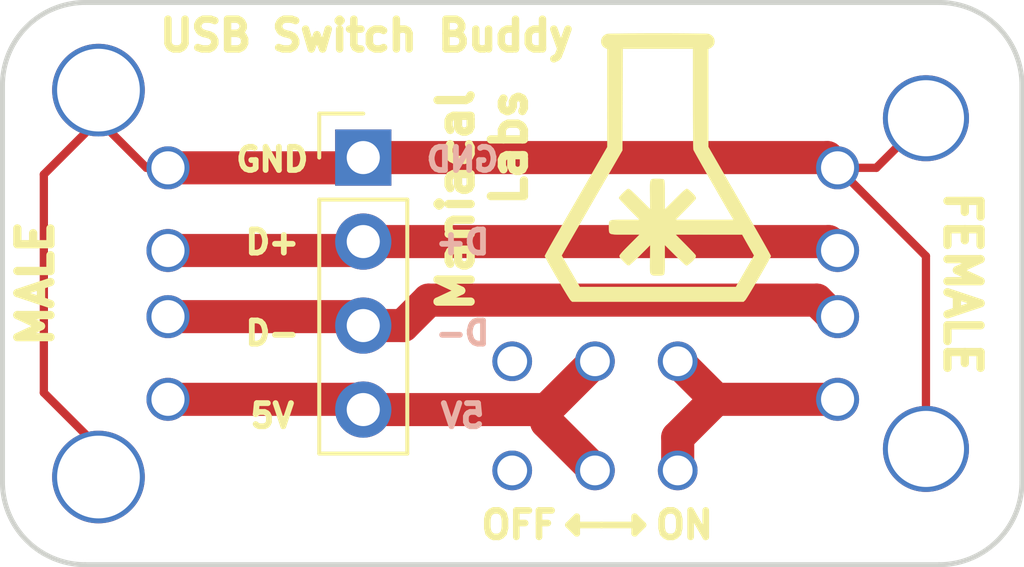
<source format=kicad_pcb>
(kicad_pcb (version 20171130) (host pcbnew "(5.0.0)")

  (general
    (thickness 1.6)
    (drawings 30)
    (tracks 36)
    (zones 0)
    (modules 5)
    (nets 7)
  )

  (page A4)
  (layers
    (0 F.Cu signal hide)
    (31 B.Cu signal)
    (32 B.Adhes user)
    (33 F.Adhes user)
    (34 B.Paste user)
    (35 F.Paste user)
    (36 B.SilkS user hide)
    (37 F.SilkS user)
    (38 B.Mask user)
    (39 F.Mask user)
    (40 Dwgs.User user hide)
    (41 Cmts.User user)
    (42 Eco1.User user)
    (43 Eco2.User user)
    (44 Edge.Cuts user)
    (45 Margin user)
    (46 B.CrtYd user)
    (47 F.CrtYd user hide)
    (48 B.Fab user)
    (49 F.Fab user)
  )

  (setup
    (last_trace_width 0.25)
    (user_trace_width 1)
    (trace_clearance 0.2)
    (zone_clearance 0.508)
    (zone_45_only no)
    (trace_min 0.2)
    (segment_width 0.2)
    (edge_width 0.15)
    (via_size 0.8)
    (via_drill 0.4)
    (via_min_size 0.4)
    (via_min_drill 0.3)
    (uvia_size 0.3)
    (uvia_drill 0.1)
    (uvias_allowed no)
    (uvia_min_size 0.2)
    (uvia_min_drill 0.1)
    (pcb_text_width 0.3)
    (pcb_text_size 1.5 1.5)
    (mod_edge_width 0.15)
    (mod_text_size 1 1)
    (mod_text_width 0.15)
    (pad_size 1.524 1.524)
    (pad_drill 0.762)
    (pad_to_mask_clearance 0.2)
    (aux_axis_origin 0 0)
    (grid_origin 67.1 88.5)
    (visible_elements 7FFFF77F)
    (pcbplotparams
      (layerselection 0x010fc_ffffffff)
      (usegerberextensions false)
      (usegerberattributes false)
      (usegerberadvancedattributes false)
      (creategerberjobfile false)
      (excludeedgelayer true)
      (linewidth 0.100000)
      (plotframeref false)
      (viasonmask false)
      (mode 1)
      (useauxorigin false)
      (hpglpennumber 1)
      (hpglpenspeed 20)
      (hpglpendiameter 15.000000)
      (psnegative false)
      (psa4output false)
      (plotreference true)
      (plotvalue true)
      (plotinvisibletext false)
      (padsonsilk false)
      (subtractmaskfromsilk false)
      (outputformat 1)
      (mirror false)
      (drillshape 0)
      (scaleselection 1)
      (outputdirectory "gerber/"))
  )

  (net 0 "")
  (net 1 GND)
  (net 2 VCC)
  (net 3 "Net-(J1-Pad2)")
  (net 4 "Net-(J1-Pad3)")
  (net 5 "Net-(J2-Pad1)")
  (net 6 "Net-(SW1-Pad1)")

  (net_class Default "This is the default net class."
    (clearance 0.2)
    (trace_width 0.25)
    (via_dia 0.8)
    (via_drill 0.4)
    (uvia_dia 0.3)
    (uvia_drill 0.1)
    (add_net GND)
    (add_net "Net-(J1-Pad2)")
    (add_net "Net-(J1-Pad3)")
    (add_net "Net-(J2-Pad1)")
    (add_net "Net-(SW1-Pad1)")
    (add_net VCC)
  )

  (module Custom:UP2-AH-1-TH (layer F.Cu) (tedit 5B9DA7F1) (tstamp 5B9D9FC9)
    (at 70 80 270)
    (descr https://www.mouser.com/datasheet/2/670/up2-ah-th-1313297.pdf)
    (path /5B9D8DD0)
    (fp_text reference J1 (at 0 6.4 270) (layer F.SilkS) hide
      (effects (font (size 1 1) (thickness 0.15)))
    )
    (fp_text value USB_A_Male (at 0 -6.4 270) (layer F.Fab) hide
      (effects (font (size 1 1) (thickness 0.15)))
    )
    (fp_line (start -6 2.9) (end -6 20.7) (layer F.Fab) (width 0.15))
    (fp_line (start 6 2.9) (end 6 20.7) (layer F.Fab) (width 0.15))
    (fp_text user "PCB EDGE" (at 0 3.8 270) (layer F.Fab)
      (effects (font (size 1 1) (thickness 0.15)))
    )
    (fp_line (start -6 2.9) (end 6 2.9) (layer F.Fab) (width 0.15))
    (fp_line (start -6 20.7) (end 6 20.7) (layer F.Fab) (width 0.15))
    (pad 4 thru_hole circle (at -3.5 -2.1 270) (size 1.3 1.3) (drill 1) (layers *.Cu *.Mask)
      (net 1 GND))
    (pad 3 thru_hole circle (at -1 -2.1 270) (size 1.3 1.3) (drill 1) (layers *.Cu *.Mask)
      (net 4 "Net-(J1-Pad3)"))
    (pad 2 thru_hole circle (at 1 -2.1 270) (size 1.3 1.3) (drill 1) (layers *.Cu *.Mask)
      (net 3 "Net-(J1-Pad2)"))
    (pad 1 thru_hole circle (at 3.5 -2.1 270) (size 1.3 1.3) (drill 1) (layers *.Cu *.Mask)
      (net 2 VCC))
    (pad 5 thru_hole circle (at 5.85 0 270) (size 2.8 2.8) (drill 2.5) (layers *.Cu *.Mask)
      (net 1 GND))
    (pad 5 thru_hole circle (at -5.85 0 270) (size 2.8 2.8) (drill 2.5) (layers *.Cu *.Mask)
      (net 1 GND))
    (pad "" np_thru_hole circle (at 2.3 0 270) (size 1.2 1.2) (drill 1.2) (layers *.Cu *.Mask))
    (pad "" np_thru_hole circle (at -2.3 0 270) (size 1.2 1.2) (drill 1.2) (layers *.Cu *.Mask))
  )

  (module Custom:UJ2-AH-4-TH (layer F.Cu) (tedit 5B9DA049) (tstamp 5B9D9FD5)
    (at 95 80 90)
    (descr https://www.mouser.com/datasheet/2/670/uj2-ah-4-th-1313252.pdf)
    (path /5B9D8E2C)
    (fp_text reference J2 (at 0 6.4 90) (layer F.SilkS) hide
      (effects (font (size 1 1) (thickness 0.15)))
    )
    (fp_text value USB_A_Female (at 0 -6.1 90) (layer F.Fab) hide
      (effects (font (size 1 1) (thickness 0.15)))
    )
    (fp_line (start -6 2.9) (end 6 2.9) (layer F.Fab) (width 0.15))
    (fp_text user "PCB EDGE" (at 0 3.8 90) (layer F.Fab)
      (effects (font (size 1 1) (thickness 0.15)))
    )
    (pad 5 thru_hole circle (at -5 0 90) (size 2.6 2.6) (drill 2.3) (layers *.Cu *.Mask)
      (net 1 GND))
    (pad 4 thru_hole circle (at 3.5 -2.67 90) (size 1.3 1.3) (drill 1) (layers *.Cu *.Mask)
      (net 1 GND))
    (pad 3 thru_hole circle (at 1 -2.67 90) (size 1.3 1.3) (drill 1) (layers *.Cu *.Mask)
      (net 4 "Net-(J1-Pad3)"))
    (pad 2 thru_hole circle (at -1 -2.67 90) (size 1.3 1.3) (drill 1) (layers *.Cu *.Mask)
      (net 3 "Net-(J1-Pad2)"))
    (pad 1 thru_hole circle (at -3.5 -2.67 90) (size 1.3 1.3) (drill 1) (layers *.Cu *.Mask)
      (net 5 "Net-(J2-Pad1)"))
    (pad 5 thru_hole circle (at 5 0 90) (size 2.6 2.6) (drill 2.3) (layers *.Cu *.Mask)
      (net 1 GND))
  )

  (module Socket_Strips:Socket_Strip_Straight_1x04_Pitch2.54mm (layer F.Cu) (tedit 5B9DA0C5) (tstamp 5B9DA6CA)
    (at 78 76.19)
    (descr "Through hole straight socket strip, 1x04, 2.54mm pitch, single row")
    (tags "Through hole socket strip THT 1x04 2.54mm single row")
    (path /5B9D9064)
    (fp_text reference J3 (at 0 -2.33) (layer F.SilkS) hide
      (effects (font (size 1 1) (thickness 0.15)))
    )
    (fp_text value Test (at 0 9.95) (layer F.Fab) hide
      (effects (font (size 1 1) (thickness 0.15)))
    )
    (fp_text user %R (at 0 -2.33) (layer F.Fab) hide
      (effects (font (size 1 1) (thickness 0.15)))
    )
    (fp_line (start 1.8 -1.8) (end -1.8 -1.8) (layer F.CrtYd) (width 0.05))
    (fp_line (start 1.8 9.4) (end 1.8 -1.8) (layer F.CrtYd) (width 0.05))
    (fp_line (start -1.8 9.4) (end 1.8 9.4) (layer F.CrtYd) (width 0.05))
    (fp_line (start -1.8 -1.8) (end -1.8 9.4) (layer F.CrtYd) (width 0.05))
    (fp_line (start -1.33 -1.33) (end 0 -1.33) (layer F.SilkS) (width 0.12))
    (fp_line (start -1.33 0) (end -1.33 -1.33) (layer F.SilkS) (width 0.12))
    (fp_line (start 1.33 1.27) (end -1.33 1.27) (layer F.SilkS) (width 0.12))
    (fp_line (start 1.33 8.95) (end 1.33 1.27) (layer F.SilkS) (width 0.12))
    (fp_line (start -1.33 8.95) (end 1.33 8.95) (layer F.SilkS) (width 0.12))
    (fp_line (start -1.33 1.27) (end -1.33 8.95) (layer F.SilkS) (width 0.12))
    (fp_line (start 1.27 -1.27) (end -1.27 -1.27) (layer F.Fab) (width 0.1))
    (fp_line (start 1.27 8.89) (end 1.27 -1.27) (layer F.Fab) (width 0.1))
    (fp_line (start -1.27 8.89) (end 1.27 8.89) (layer F.Fab) (width 0.1))
    (fp_line (start -1.27 -1.27) (end -1.27 8.89) (layer F.Fab) (width 0.1))
    (pad 4 thru_hole oval (at 0 7.62) (size 1.7 1.7) (drill 1) (layers *.Cu *.Mask)
      (net 2 VCC))
    (pad 3 thru_hole oval (at 0 5.08) (size 1.7 1.7) (drill 1) (layers *.Cu *.Mask)
      (net 3 "Net-(J1-Pad2)"))
    (pad 2 thru_hole oval (at 0 2.54) (size 1.7 1.7) (drill 1) (layers *.Cu *.Mask)
      (net 4 "Net-(J1-Pad3)"))
    (pad 1 thru_hole rect (at 0 0) (size 1.7 1.7) (drill 1) (layers *.Cu *.Mask)
      (net 1 GND))
    (model ${KISYS3DMOD}/Socket_Strips.3dshapes/Socket_Strip_Straight_1x04_Pitch2.54mm.wrl
      (offset (xyz 0 -3.809999942779541 0))
      (scale (xyz 1 1 1))
      (rotate (xyz 0 0 270))
    )
  )

  (module Custom:JS202011CQN (layer F.Cu) (tedit 5B9DA0BC) (tstamp 5B9D9FF6)
    (at 85 84)
    (descr https://www.mouser.com/datasheet/2/60/js-1382693.pdf)
    (path /5B9D8FF0)
    (fp_text reference SW1 (at 0 5) (layer F.SilkS) hide
      (effects (font (size 1 1) (thickness 0.15)))
    )
    (fp_text value Power (at 0 -6.5) (layer F.Fab) hide
      (effects (font (size 1 1) (thickness 0.15)))
    )
    (pad 2 thru_hole circle (at 0 1.65) (size 1.2 1.2) (drill 0.9) (layers *.Cu *.Mask)
      (net 2 VCC))
    (pad 2 thru_hole circle (at 0 -1.65) (size 1.2 1.2) (drill 0.9) (layers *.Cu *.Mask)
      (net 2 VCC))
    (pad 3 thru_hole circle (at 2.5 -1.65) (size 1.2 1.2) (drill 0.9) (layers *.Cu *.Mask)
      (net 5 "Net-(J2-Pad1)"))
    (pad 3 thru_hole circle (at 2.5 1.65) (size 1.2 1.2) (drill 0.9) (layers *.Cu *.Mask)
      (net 5 "Net-(J2-Pad1)"))
    (pad 1 thru_hole circle (at -2.5 1.65) (size 1.2 1.2) (drill 0.9) (layers *.Cu *.Mask)
      (net 6 "Net-(SW1-Pad1)"))
    (pad 1 thru_hole circle (at -2.5 -1.65) (size 1.2 1.2) (drill 0.9) (layers *.Cu *.Mask)
      (net 6 "Net-(SW1-Pad1)"))
  )

  (module Logos:logo_MLlabs_small (layer F.Cu) (tedit 0) (tstamp 5B9ED23F)
    (at 86.9 76.5)
    (fp_text reference G*** (at 0 0) (layer F.SilkS) hide
      (effects (font (size 1.524 1.524) (thickness 0.3)))
    )
    (fp_text value LOGO (at 0.75 0) (layer F.SilkS) hide
      (effects (font (size 1.524 1.524) (thickness 0.3)))
    )
    (fp_poly (pts (xy 0.280132 -4.064859) (xy 0.46933 -4.064296) (xy 0.651803 -4.063447) (xy 0.824802 -4.062307)
      (xy 0.98558 -4.060879) (xy 1.131388 -4.059163) (xy 1.259478 -4.057157) (xy 1.367101 -4.054863)
      (xy 1.451511 -4.052281) (xy 1.509958 -4.049409) (xy 1.539694 -4.046249) (xy 1.541045 -4.045899)
      (xy 1.61465 -4.010199) (xy 1.668272 -3.957046) (xy 1.701256 -3.892418) (xy 1.712948 -3.822294)
      (xy 1.702692 -3.752654) (xy 1.669833 -3.689475) (xy 1.613717 -3.638736) (xy 1.587218 -3.624447)
      (xy 1.524819 -3.595688) (xy 1.524409 -2.113859) (xy 1.524 -0.632031) (xy 1.951194 0.108641)
      (xy 2.041737 0.265615) (xy 2.144897 0.444444) (xy 2.257416 0.639483) (xy 2.376038 0.84509)
      (xy 2.497507 1.05562) (xy 2.618568 1.265429) (xy 2.735963 1.468874) (xy 2.846437 1.660312)
      (xy 2.895756 1.74577) (xy 2.984967 1.900722) (xy 3.069309 2.047946) (xy 3.147458 2.185082)
      (xy 3.218089 2.309771) (xy 3.279877 2.419652) (xy 3.331497 2.512365) (xy 3.371624 2.585552)
      (xy 3.398934 2.636852) (xy 3.412102 2.663905) (xy 3.413125 2.667254) (xy 3.405259 2.687854)
      (xy 3.382954 2.73233) (xy 3.348145 2.797359) (xy 3.302767 2.879615) (xy 3.248756 2.975774)
      (xy 3.188047 3.082511) (xy 3.122577 3.196503) (xy 3.054279 3.314423) (xy 2.985091 3.432948)
      (xy 2.916948 3.548754) (xy 2.851784 3.658515) (xy 2.791537 3.758906) (xy 2.738141 3.846605)
      (xy 2.693532 3.918285) (xy 2.659645 3.970622) (xy 2.638416 4.000292) (xy 2.634599 4.004468)
      (xy 2.587124 4.048125) (xy -2.587125 4.048125) (xy -2.6346 4.004468) (xy -2.651394 3.982746)
      (xy -2.681461 3.937288) (xy -2.722866 3.87142) (xy -2.773675 3.788466) (xy -2.83195 3.691753)
      (xy -2.895758 3.584605) (xy -2.963162 3.470346) (xy -3.032228 3.352303) (xy -3.101019 3.2338)
      (xy -3.1676 3.118163) (xy -3.230037 3.008717) (xy -3.286392 2.908786) (xy -3.334733 2.821695)
      (xy -3.373121 2.750771) (xy -3.399623 2.699338) (xy -3.412303 2.67072) (xy -3.413126 2.666933)
      (xy -3.406861 2.651738) (xy -2.908183 2.651738) (xy -2.633492 3.127681) (xy -2.358802 3.603625)
      (xy 2.358654 3.603625) (xy 2.633694 3.126873) (xy 2.908735 2.650121) (xy 2.800627 2.464091)
      (xy 2.752108 2.380084) (xy 2.701391 2.291405) (xy 2.654699 2.208982) (xy 2.620228 2.147315)
      (xy 2.547937 2.016567) (xy 0.532125 2.016125) (xy 0.827748 2.313781) (xy 0.907725 2.394852)
      (xy 0.980741 2.469905) (xy 1.043638 2.535609) (xy 1.093257 2.588634) (xy 1.12644 2.62565)
      (xy 1.139732 2.642697) (xy 1.147043 2.68023) (xy 1.134704 2.715316) (xy 1.109692 2.75107)
      (xy 1.069306 2.795828) (xy 1.020048 2.84377) (xy 0.96842 2.889074) (xy 0.920926 2.925919)
      (xy 0.884067 2.948484) (xy 0.86948 2.95275) (xy 0.847132 2.9422) (xy 0.805787 2.910232)
      (xy 0.744908 2.856363) (xy 0.66396 2.780114) (xy 0.562408 2.681002) (xy 0.52081 2.639741)
      (xy 0.206375 2.326732) (xy 0.206375 2.761522) (xy 0.206186 2.892308) (xy 0.20548 2.995011)
      (xy 0.204051 3.073296) (xy 0.201691 3.13083) (xy 0.198191 3.171276) (xy 0.193345 3.198301)
      (xy 0.186944 3.21557) (xy 0.180102 3.225343) (xy 0.163266 3.238829) (xy 0.137807 3.247459)
      (xy 0.097181 3.252237) (xy 0.034844 3.254165) (xy -0.009246 3.254375) (xy -0.082993 3.253988)
      (xy -0.131948 3.25182) (xy -0.163068 3.24636) (xy -0.18331 3.236094) (xy -0.19963 3.219512)
      (xy -0.205947 3.211627) (xy -0.216079 3.19762) (xy -0.223883 3.181895) (xy -0.229608 3.160501)
      (xy -0.233503 3.129484) (xy -0.235815 3.084892) (xy -0.236793 3.022771) (xy -0.236686 2.93917)
      (xy -0.235741 2.830136) (xy -0.23488 2.751238) (xy -0.233664 2.63983) (xy -0.232637 2.539621)
      (xy -0.231836 2.454754) (xy -0.2313 2.389372) (xy -0.231063 2.347619) (xy -0.231154 2.333611)
      (xy -0.242126 2.344389) (xy -0.272577 2.374776) (xy -0.319606 2.421863) (xy -0.380307 2.482739)
      (xy -0.451779 2.554496) (xy -0.531118 2.634225) (xy -0.532779 2.635894) (xy -0.614205 2.716741)
      (xy -0.690054 2.790133) (xy -0.75699 2.852994) (xy -0.811678 2.902247) (xy -0.850782 2.934816)
      (xy -0.870663 2.947556) (xy -0.891093 2.948152) (xy -0.915531 2.937567) (xy -0.948775 2.912398)
      (xy -0.995625 2.869244) (xy -1.033382 2.83219) (xy -1.095633 2.767657) (xy -1.135484 2.719575)
      (xy -1.155419 2.684681) (xy -1.158875 2.667521) (xy -1.153549 2.649558) (xy -1.136229 2.622344)
      (xy -1.10491 2.583608) (xy -1.057584 2.531079) (xy -0.992243 2.462484) (xy -0.90688 2.375551)
      (xy -0.853434 2.321867) (xy -0.547993 2.016125) (xy -0.975443 2.016125) (xy -1.114762 2.016235)
      (xy -1.225588 2.015593) (xy -1.311172 2.012739) (xy -1.374762 2.006213) (xy -1.419608 1.994556)
      (xy -1.44896 1.976308) (xy -1.466068 1.950009) (xy -1.47418 1.9142) (xy -1.476546 1.86742)
      (xy -1.476417 1.808211) (xy -1.476375 1.791107) (xy -1.476751 1.729737) (xy -1.475702 1.68098)
      (xy -1.469967 1.64339) (xy -1.456283 1.615522) (xy -1.431389 1.595933) (xy -1.392023 1.583178)
      (xy -1.334922 1.575811) (xy -1.256824 1.572388) (xy -1.154468 1.571465) (xy -1.024591 1.571596)
      (xy -0.980804 1.571625) (xy -0.548733 1.571625) (xy -0.861742 1.257189) (xy -0.951102 1.166371)
      (xy -1.028596 1.085517) (xy -1.091949 1.017128) (xy -1.138886 0.963706) (xy -1.167132 0.927753)
      (xy -1.17475 0.91299) (xy -1.163254 0.886392) (xy -1.132729 0.845976) (xy -1.089124 0.797523)
      (xy -1.038387 0.746817) (xy -0.986466 0.699641) (xy -0.93931 0.661778) (xy -0.902866 0.63901)
      (xy -0.888823 0.635) (xy -0.869893 0.641738) (xy -0.838933 0.663065) (xy -0.794064 0.700648)
      (xy -0.73341 0.756153) (xy -0.655092 0.831247) (xy -0.557233 0.927597) (xy -0.540655 0.944083)
      (xy -0.230188 1.253166) (xy -0.234866 0.828775) (xy -0.236547 0.690249) (xy -0.237206 0.580203)
      (xy -0.235349 0.495374) (xy -0.229485 0.432496) (xy -0.218121 0.388302) (xy -0.199764 0.359528)
      (xy -0.172922 0.342909) (xy -0.136103 0.335179) (xy -0.087814 0.333073) (xy -0.026564 0.333325)
      (xy -0.008454 0.333375) (xy 0.071777 0.334496) (xy 0.126137 0.338371) (xy 0.160445 0.345763)
      (xy 0.180519 0.357438) (xy 0.181428 0.358321) (xy 0.188921 0.369469) (xy 0.19478 0.38854)
      (xy 0.199198 0.419092) (xy 0.202365 0.464686) (xy 0.204473 0.528878) (xy 0.205714 0.61523)
      (xy 0.206279 0.727298) (xy 0.206375 0.822142) (xy 0.206375 1.261017) (xy 0.52081 0.948008)
      (xy 0.624977 0.84524) (xy 0.709018 0.764457) (xy 0.774393 0.704357) (xy 0.822558 0.663639)
      (xy 0.854973 0.641001) (xy 0.871435 0.635) (xy 0.90364 0.64705) (xy 0.951929 0.681515)
      (xy 1.011031 0.734218) (xy 1.077277 0.800807) (xy 1.120369 0.852289) (xy 1.142644 0.892492)
      (xy 1.146437 0.925242) (xy 1.139732 0.945052) (xy 1.124448 0.964412) (xy 1.089823 1.002842)
      (xy 1.039016 1.057013) (xy 0.975186 1.123594) (xy 0.901491 1.199256) (xy 0.827748 1.273968)
      (xy 0.532125 1.571625) (xy 2.288589 1.571625) (xy 2.257294 1.520031) (xy 2.222471 1.461823)
      (xy 2.176078 1.383049) (xy 2.119623 1.286349) (xy 2.054614 1.174365) (xy 1.982559 1.049736)
      (xy 1.904966 0.915105) (xy 1.823344 0.773113) (xy 1.739201 0.6264) (xy 1.654044 0.477608)
      (xy 1.569382 0.329378) (xy 1.486723 0.184351) (xy 1.407576 0.045167) (xy 1.333448 -0.085532)
      (xy 1.265847 -0.205104) (xy 1.206282 -0.31091) (xy 1.15626 -0.400307) (xy 1.117291 -0.470655)
      (xy 1.090882 -0.519312) (xy 1.07854 -0.543639) (xy 1.077896 -0.545341) (xy 1.075786 -0.56837)
      (xy 1.073779 -0.620989) (xy 1.071895 -0.701038) (xy 1.070154 -0.806357) (xy 1.068575 -0.934788)
      (xy 1.067179 -1.08417) (xy 1.065985 -1.252344) (xy 1.065013 -1.43715) (xy 1.064282 -1.636427)
      (xy 1.063814 -1.848017) (xy 1.063627 -2.06976) (xy 1.063625 -2.099364) (xy 1.063625 -3.603625)
      (xy -1.063011 -3.603625) (xy -1.071563 -0.531813) (xy -1.415271 0.0635) (xy -1.504982 0.218868)
      (xy -1.604527 0.391244) (xy -1.709479 0.572961) (xy -1.81541 0.756356) (xy -1.917894 0.933764)
      (xy -2.012504 1.097521) (xy -2.08006 1.214437) (xy -2.225644 1.466399) (xy -2.357143 1.69405)
      (xy -2.474336 1.89701) (xy -2.577005 2.074897) (xy -2.664929 2.227331) (xy -2.73789 2.353931)
      (xy -2.795668 2.454316) (xy -2.838043 2.528107) (xy -2.864795 2.574921) (xy -2.869919 2.583962)
      (xy -2.908183 2.651738) (xy -3.406861 2.651738) (xy -3.405407 2.648214) (xy -3.383339 2.60501)
      (xy -3.348556 2.540273) (xy -3.302689 2.456953) (xy -3.247372 2.357999) (xy -3.184237 2.246362)
      (xy -3.114917 2.124993) (xy -3.070081 2.047074) (xy -2.983993 1.89789) (xy -2.891116 1.736959)
      (xy -2.795258 1.570876) (xy -2.700224 1.406236) (xy -2.609821 1.249633) (xy -2.527855 1.107663)
      (xy -2.461177 0.992187) (xy -2.389938 0.868821) (xy -2.306741 0.724738) (xy -2.2155 0.566716)
      (xy -2.12013 0.401537) (xy -2.024545 0.235979) (xy -1.932659 0.076823) (xy -1.859659 -0.049628)
      (xy -1.524 -0.631069) (xy -1.52441 -2.113378) (xy -1.52482 -3.595688) (xy -1.587219 -3.624447)
      (xy -1.652017 -3.669134) (xy -1.693317 -3.728451) (xy -1.711775 -3.796419) (xy -1.708045 -3.867059)
      (xy -1.682782 -3.934394) (xy -1.636642 -3.992443) (xy -1.570279 -4.035229) (xy -1.541046 -4.045899)
      (xy -1.514499 -4.04909) (xy -1.458952 -4.051991) (xy -1.377153 -4.054604) (xy -1.271849 -4.056929)
      (xy -1.145789 -4.058965) (xy -1.001721 -4.060712) (xy -0.842394 -4.06217) (xy -0.670554 -4.06334)
      (xy -0.488951 -4.06422) (xy -0.300333 -4.064813) (xy -0.107448 -4.065117) (xy 0.086957 -4.065132)
      (xy 0.280132 -4.064859)) (layer F.SilkS) (width 0.01))
  )

  (gr_text "USB Switch Buddy" (at 78.1 72.5) (layer F.SilkS) (tstamp 5B9ED1D4)
    (effects (font (size 0.9 0.9) (thickness 0.225)))
  )
  (gr_text FEMALE (at 96.1 80 270) (layer F.SilkS) (tstamp 5B9E659D)
    (effects (font (size 1 1) (thickness 0.25)))
  )
  (gr_text MALE (at 68.1 80 90) (layer F.SilkS)
    (effects (font (size 1 1) (thickness 0.25)))
  )
  (gr_arc (start 69.6 86) (end 67.1 86) (angle -90) (layer Edge.Cuts) (width 0.15))
  (gr_arc (start 95.4 86) (end 95.4 88.5) (angle -90) (layer Edge.Cuts) (width 0.15))
  (gr_arc (start 95.4 74) (end 97.9 74) (angle -90) (layer Edge.Cuts) (width 0.15))
  (gr_arc (start 69.6 74) (end 69.6 71.5) (angle -90) (layer Edge.Cuts) (width 0.15))
  (gr_text "Maniacal\nLabs" (at 81.6 74 90) (layer F.SilkS)
    (effects (font (size 1 1) (thickness 0.25)) (justify right))
  )
  (gr_text 5V (at 81 84) (layer B.SilkS) (tstamp 5B9DA9ED)
    (effects (font (size 0.7 0.7) (thickness 0.175)) (justify mirror))
  )
  (gr_text D+ (at 81 78.75) (layer B.SilkS) (tstamp 5B9DA9EC)
    (effects (font (size 0.7 0.7) (thickness 0.175)) (justify mirror))
  )
  (gr_text D- (at 81 81.5) (layer B.SilkS) (tstamp 5B9DA9EB)
    (effects (font (size 0.7 0.7) (thickness 0.175)) (justify mirror))
  )
  (gr_text GND (at 81 76.25) (layer B.SilkS) (tstamp 5B9DA9EA)
    (effects (font (size 0.7 0.7) (thickness 0.175)) (justify mirror))
  )
  (gr_text GND (at 75.25 76.25) (layer F.SilkS) (tstamp 5B9DA9DC)
    (effects (font (size 0.7 0.7) (thickness 0.175)))
  )
  (gr_text D+ (at 75.25 78.75) (layer F.SilkS) (tstamp 5B9DA9DA)
    (effects (font (size 0.7 0.7) (thickness 0.175)))
  )
  (gr_text D- (at 75.25 81.5) (layer F.SilkS) (tstamp 5B9DA9D8)
    (effects (font (size 0.7 0.7) (thickness 0.175)))
  )
  (gr_text 5V (at 75.25 84) (layer F.SilkS) (tstamp 5B9DA9D2)
    (effects (font (size 0.7 0.7) (thickness 0.175)))
  )
  (gr_line (start 84.45 87.55) (end 84.2 87.3) (layer F.SilkS) (width 0.2))
  (gr_line (start 84.45 87.05) (end 84.45 87.55) (layer F.SilkS) (width 0.2))
  (gr_line (start 84.2 87.3) (end 84.45 87.05) (layer F.SilkS) (width 0.2))
  (gr_line (start 85.2 87.3) (end 84.2 87.3) (layer F.SilkS) (width 0.2))
  (gr_line (start 86.2 87.55) (end 86.45 87.3) (layer F.SilkS) (width 0.2))
  (gr_line (start 86.2 87.05) (end 86.2 87.55) (layer F.SilkS) (width 0.2))
  (gr_line (start 86.45 87.3) (end 86.2 87.05) (layer F.SilkS) (width 0.2))
  (gr_line (start 85.2 87.3) (end 86.45 87.3) (layer F.SilkS) (width 0.2))
  (gr_text OFF (at 82.7 87.3) (layer F.SilkS) (tstamp 5B9DA9AF)
    (effects (font (size 0.8 0.8) (thickness 0.2)))
  )
  (gr_text ON (at 87.7 87.3) (layer F.SilkS)
    (effects (font (size 0.8 0.8) (thickness 0.2)))
  )
  (gr_line (start 95.4 71.5) (end 69.6 71.5) (layer Edge.Cuts) (width 0.15))
  (gr_line (start 97.9 86) (end 97.9 74) (layer Edge.Cuts) (width 0.15))
  (gr_line (start 69.6 88.5) (end 95.4 88.5) (layer Edge.Cuts) (width 0.15))
  (gr_line (start 67.1 74) (end 67.1 86) (layer Edge.Cuts) (width 0.15))

  (segment (start 77.69 76.5) (end 78 76.19) (width 1) (layer F.Cu) (net 1))
  (segment (start 72.1 76.5) (end 77.69 76.5) (width 1) (layer F.Cu) (net 1))
  (segment (start 92.02 76.19) (end 92.33 76.5) (width 1) (layer F.Cu) (net 1))
  (segment (start 78 76.19) (end 92.02 76.19) (width 1) (layer F.Cu) (net 1))
  (segment (start 71.45 76.5) (end 72.1 76.5) (width 0.25) (layer F.Cu) (net 1))
  (segment (start 70 75.05) (end 71.45 76.5) (width 0.25) (layer F.Cu) (net 1))
  (segment (start 93.5 76.5) (end 95 75) (width 0.25) (layer F.Cu) (net 1))
  (segment (start 92.33 76.5) (end 93.5 76.5) (width 0.25) (layer F.Cu) (net 1))
  (segment (start 95 79.17) (end 95 85) (width 0.25) (layer F.Cu) (net 1))
  (segment (start 92.33 76.5) (end 95 79.17) (width 0.25) (layer F.Cu) (net 1))
  (segment (start 70 84.95) (end 70 85.85) (width 0.25) (layer F.Cu) (net 1))
  (segment (start 68.35 83.3) (end 70 84.95) (width 0.25) (layer F.Cu) (net 1))
  (segment (start 68.35 76.7) (end 68.35 83.3) (width 0.25) (layer F.Cu) (net 1))
  (segment (start 70 75.05) (end 68.35 76.7) (width 0.25) (layer F.Cu) (net 1))
  (segment (start 70 74.15) (end 70 75.05) (width 0.25) (layer F.Cu) (net 1))
  (segment (start 77.69 83.5) (end 78 83.81) (width 1) (layer F.Cu) (net 2))
  (segment (start 72.1 83.5) (end 77.69 83.5) (width 1) (layer F.Cu) (net 2))
  (segment (start 83.54 83.81) (end 85 82.35) (width 1) (layer F.Cu) (net 2))
  (segment (start 78 83.81) (end 83.54 83.81) (width 1) (layer F.Cu) (net 2))
  (segment (start 83.54 84.19) (end 85 85.65) (width 1) (layer F.Cu) (net 2))
  (segment (start 83.54 83.81) (end 83.54 84.19) (width 1) (layer F.Cu) (net 2))
  (segment (start 77.73 81) (end 78 81.27) (width 1) (layer F.Cu) (net 3))
  (segment (start 72.1 81) (end 77.73 81) (width 1) (layer F.Cu) (net 3))
  (segment (start 92.2 81) (end 92.33 81) (width 1) (layer F.Cu) (net 3))
  (segment (start 91.7 80.5) (end 92.2 81) (width 1) (layer F.Cu) (net 3))
  (segment (start 79.972081 80.5) (end 91.7 80.5) (width 1) (layer F.Cu) (net 3))
  (segment (start 78 81.27) (end 79.202081 81.27) (width 1) (layer F.Cu) (net 3))
  (segment (start 79.202081 81.27) (end 79.972081 80.5) (width 1) (layer F.Cu) (net 3))
  (segment (start 77.73 79) (end 78 78.73) (width 1) (layer F.Cu) (net 4))
  (segment (start 72.1 79) (end 77.73 79) (width 1) (layer F.Cu) (net 4))
  (segment (start 92.06 78.73) (end 92.33 79) (width 1) (layer F.Cu) (net 4))
  (segment (start 78 78.73) (end 92.06 78.73) (width 1) (layer F.Cu) (net 4))
  (segment (start 87.5 82.35) (end 88.65 83.5) (width 1) (layer F.Cu) (net 5))
  (segment (start 88.65 83.5) (end 92.33 83.5) (width 1) (layer F.Cu) (net 5))
  (segment (start 87.5 84.65) (end 88.65 83.5) (width 1) (layer F.Cu) (net 5))
  (segment (start 87.5 85.65) (end 87.5 84.65) (width 1) (layer F.Cu) (net 5))

)

</source>
